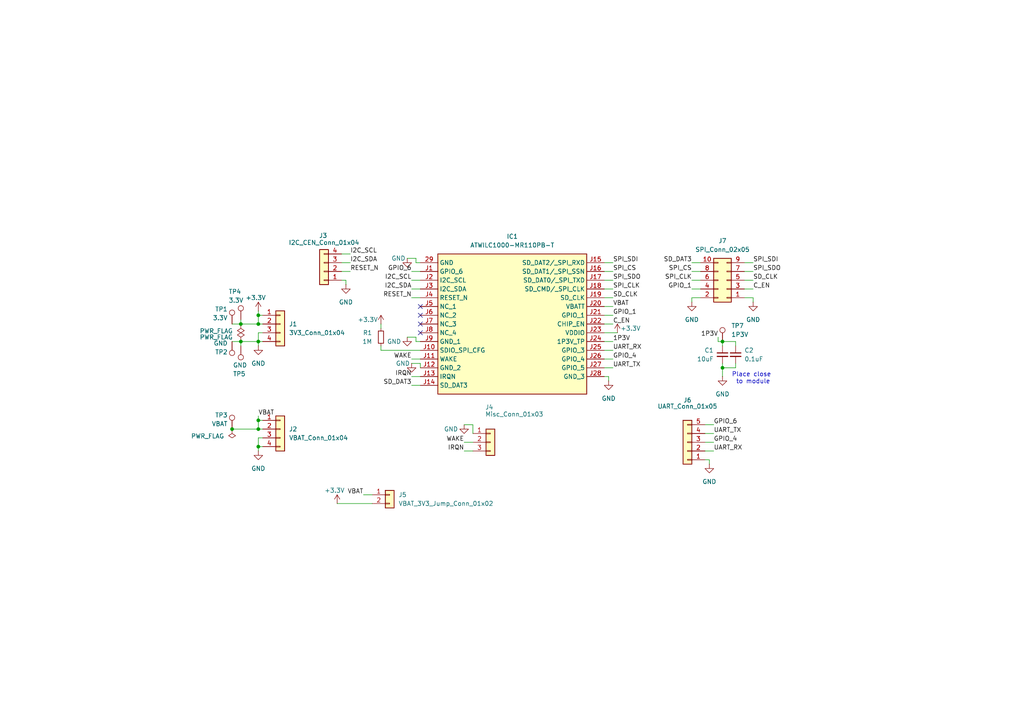
<source format=kicad_sch>
(kicad_sch (version 20250114) (generator "eeschema") (generator_version "9.0")
  (paper "A4")
  (lib_symbols
    (symbol "ATWILC1000-MR110PB-T:ATWILC1000-MR110PB-T"
      (property "Reference" "IC" (at 49.53 7.62 0))
      (property "Value" "ATWILC1000-MR110PB-T" (at 49.53 5.08 0))
      (symbol "ATWILC1000-MR110PB-T_1_1"
        (rectangle (start 5.08 2.54) (end 48.26 -38.1) (stroke (width 0.254)) (fill (type background)))
        (pin passive line (at 0 0 0) (length 5.08) (name "GND") (number "29"))
        (pin passive line (at 0 -2.54 0) (length 5.08) (name "GPIO_6") (number "J1"))
        (pin passive line (at 0 -5.08 0) (length 5.08) (name "I2C_SCL") (number "J2"))
        (pin passive line (at 0 -7.62 0) (length 5.08) (name "I2C_SDA") (number "J3"))
        (pin passive line (at 0 -10.16 0) (length 5.08) (name "RESET_N") (number "J4"))
        (pin passive line (at 0 -12.7 0) (length 5.08) (name "NC_1") (number "J5"))
        (pin passive line (at 0 -15.24 0) (length 5.08) (name "NC_2") (number "J6"))
        (pin passive line (at 0 -17.78 0) (length 5.08) (name "NC_3") (number "J7"))
        (pin passive line (at 0 -20.32 0) (length 5.08) (name "NC_4") (number "J8"))
        (pin passive line (at 0 -22.86 0) (length 5.08) (name "GND_1") (number "J9"))
        (pin passive line (at 0 -25.4 0) (length 5.08) (name "SDIO_SPI_CFG") (number "J10"))
        (pin passive line (at 0 -27.94 0) (length 5.08) (name "WAKE") (number "J11"))
        (pin passive line (at 0 -30.48 0) (length 5.08) (name "GND_2") (number "J12"))
        (pin passive line (at 0 -33.02 0) (length 5.08) (name "IRQN") (number "J13"))
        (pin passive line (at 0 -35.56 0) (length 5.08) (name "SD_DAT3") (number "J14"))
        (pin passive line (at 53.34 0 180) (length 5.08) (name "SD_DAT2/_SPI_RXD") (number "J15"))
        (pin passive line (at 53.34 -2.54 180) (length 5.08) (name "SD_DAT1/_SPI_SSN") (number "J16"))
        (pin passive line (at 53.34 -5.08 180) (length 5.08) (name "SD_DAT0/_SPI_TXD") (number "J17"))
        (pin passive line (at 53.34 -7.62 180) (length 5.08) (name "SD_CMD/_SPI_CLK") (number "J18"))
        (pin passive line (at 53.34 -10.16 180) (length 5.08) (name "SD_CLK") (number "J19"))
        (pin passive line (at 53.34 -12.7 180) (length 5.08) (name "VBATT") (number "J20"))
        (pin passive line (at 53.34 -15.24 180) (length 5.08) (name "GPIO_1") (number "J21"))
        (pin passive line (at 53.34 -17.78 180) (length 5.08) (name "CHIP_EN") (number "J22"))
        (pin passive line (at 53.34 -20.32 180) (length 5.08) (name "VDDIO") (number "J23"))
        (pin passive line (at 53.34 -22.86 180) (length 5.08) (name "1P3V_TP") (number "J24"))
        (pin passive line (at 53.34 -25.4 180) (length 5.08) (name "GPIO_3") (number "J25"))
        (pin passive line (at 53.34 -27.94 180) (length 5.08) (name "GPIO_4") (number "J26"))
        (pin passive line (at 53.34 -30.48 180) (length 5.08) (name "GPIO_5") (number "J27"))
        (pin passive line (at 53.34 -33.02 180) (length 5.08) (name "GND_3") (number "J28"))
      )
    )
    (symbol "Connector:TestPoint" (pin_numbers (hide yes)) (pin_names (offset 0.762) (hide yes))
      (property "Reference" "TP" (at 0 6.858 0))
      (property "Value" "TestPoint" (at 0 5.08 0))
      (symbol "TestPoint_0_1"
        (circle (center 0 3.302) (radius 0.762))
      )
      (symbol "TestPoint_1_1"
        (pin passive line (at 0 0 90) (length 2.54) (name "1") (number "1"))
      )
    )
    (symbol "Connector_Generic:Conn_01x02" (pin_names (offset 1.016) (hide yes))
      (property "Reference" "J" (at 0 2.54 0))
      (property "Value" "Conn_01x02" (at 0 -5.08 0))
      (symbol "Conn_01x02_1_1"
        (rectangle (start -1.27 1.27) (end 1.27 -3.81) (stroke (width 0.254)) (fill (type background)))
        (rectangle (start -1.27 0.127) (end 0 -0.127) (stroke (width 0.1524)))
        (rectangle (start -1.27 -2.413) (end 0 -2.667) (stroke (width 0.1524)))
        (pin passive line (at -5.08 0 0) (length 3.81) (name "Pin_1") (number "1"))
        (pin passive line (at -5.08 -2.54 0) (length 3.81) (name "Pin_2") (number "2"))
      )
    )
    (symbol "Connector_Generic:Conn_01x03" (pin_names (offset 1.016) (hide yes))
      (property "Reference" "J" (at 0 5.08 0))
      (property "Value" "Conn_01x03" (at 0 -5.08 0))
      (symbol "Conn_01x03_1_1"
        (rectangle (start -1.27 3.81) (end 1.27 -3.81) (stroke (width 0.254)) (fill (type background)))
        (rectangle (start -1.27 2.667) (end 0 2.413) (stroke (width 0.1524)))
        (rectangle (start -1.27 0.127) (end 0 -0.127) (stroke (width 0.1524)))
        (rectangle (start -1.27 -2.413) (end 0 -2.667) (stroke (width 0.1524)))
        (pin passive line (at -5.08 2.54 0) (length 3.81) (name "Pin_1") (number "1"))
        (pin passive line (at -5.08 0 0) (length 3.81) (name "Pin_2") (number "2"))
        (pin passive line (at -5.08 -2.54 0) (length 3.81) (name "Pin_3") (number "3"))
      )
    )
    (symbol "Connector_Generic:Conn_01x04" (pin_names (offset 1.016) (hide yes))
      (property "Reference" "J" (at 0 5.08 0))
      (property "Value" "Conn_01x04" (at 0 -7.62 0))
      (symbol "Conn_01x04_1_1"
        (rectangle (start -1.27 3.81) (end 1.27 -6.35) (stroke (width 0.254)) (fill (type background)))
        (rectangle (start -1.27 2.667) (end 0 2.413) (stroke (width 0.1524)))
        (rectangle (start -1.27 0.127) (end 0 -0.127) (stroke (width 0.1524)))
        (rectangle (start -1.27 -2.413) (end 0 -2.667) (stroke (width 0.1524)))
        (rectangle (start -1.27 -4.953) (end 0 -5.207) (stroke (width 0.1524)))
        (pin passive line (at -5.08 2.54 0) (length 3.81) (name "Pin_1") (number "1"))
        (pin passive line (at -5.08 0 0) (length 3.81) (name "Pin_2") (number "2"))
        (pin passive line (at -5.08 -2.54 0) (length 3.81) (name "Pin_3") (number "3"))
        (pin passive line (at -5.08 -5.08 0) (length 3.81) (name "Pin_4") (number "4"))
      )
    )
    (symbol "Connector_Generic:Conn_01x05" (pin_names (offset 1.016) (hide yes))
      (property "Reference" "J" (at 0 7.62 0))
      (property "Value" "Conn_01x05" (at 0 -7.62 0))
      (symbol "Conn_01x05_1_1"
        (rectangle (start -1.27 6.35) (end 1.27 -6.35) (stroke (width 0.254)) (fill (type background)))
        (rectangle (start -1.27 5.207) (end 0 4.953) (stroke (width 0.1524)))
        (rectangle (start -1.27 2.667) (end 0 2.413) (stroke (width 0.1524)))
        (rectangle (start -1.27 0.127) (end 0 -0.127) (stroke (width 0.1524)))
        (rectangle (start -1.27 -2.413) (end 0 -2.667) (stroke (width 0.1524)))
        (rectangle (start -1.27 -4.953) (end 0 -5.207) (stroke (width 0.1524)))
        (pin passive line (at -5.08 5.08 0) (length 3.81) (name "Pin_1") (number "1"))
        (pin passive line (at -5.08 2.54 0) (length 3.81) (name "Pin_2") (number "2"))
        (pin passive line (at -5.08 0 0) (length 3.81) (name "Pin_3") (number "3"))
        (pin passive line (at -5.08 -2.54 0) (length 3.81) (name "Pin_4") (number "4"))
        (pin passive line (at -5.08 -5.08 0) (length 3.81) (name "Pin_5") (number "5"))
      )
    )
    (symbol "Connector_Generic:Conn_02x05_Odd_Even" (pin_names (offset 1.016) (hide yes))
      (property "Reference" "J" (at 1.27 7.62 0))
      (property "Value" "Conn_02x05_Odd_Even" (at 1.27 -7.62 0))
      (symbol "Conn_02x05_Odd_Even_1_1"
        (rectangle (start -1.27 6.35) (end 3.81 -6.35) (stroke (width 0.254)) (fill (type background)))
        (rectangle (start -1.27 5.207) (end 0 4.953) (stroke (width 0.1524)))
        (rectangle (start -1.27 2.667) (end 0 2.413) (stroke (width 0.1524)))
        (rectangle (start -1.27 0.127) (end 0 -0.127) (stroke (width 0.1524)))
        (rectangle (start -1.27 -2.413) (end 0 -2.667) (stroke (width 0.1524)))
        (rectangle (start -1.27 -4.953) (end 0 -5.207) (stroke (width 0.1524)))
        (rectangle (start 3.81 5.207) (end 2.54 4.953) (stroke (width 0.1524)))
        (rectangle (start 3.81 2.667) (end 2.54 2.413) (stroke (width 0.1524)))
        (rectangle (start 3.81 0.127) (end 2.54 -0.127) (stroke (width 0.1524)))
        (rectangle (start 3.81 -2.413) (end 2.54 -2.667) (stroke (width 0.1524)))
        (rectangle (start 3.81 -4.953) (end 2.54 -5.207) (stroke (width 0.1524)))
        (pin passive line (at -5.08 5.08 0) (length 3.81) (name "Pin_1") (number "1"))
        (pin passive line (at -5.08 2.54 0) (length 3.81) (name "Pin_3") (number "3"))
        (pin passive line (at -5.08 0 0) (length 3.81) (name "Pin_5") (number "5"))
        (pin passive line (at -5.08 -2.54 0) (length 3.81) (name "Pin_7") (number "7"))
        (pin passive line (at -5.08 -5.08 0) (length 3.81) (name "Pin_9") (number "9"))
        (pin passive line (at 7.62 5.08 180) (length 3.81) (name "Pin_2") (number "2"))
        (pin passive line (at 7.62 2.54 180) (length 3.81) (name "Pin_4") (number "4"))
        (pin passive line (at 7.62 0 180) (length 3.81) (name "Pin_6") (number "6"))
        (pin passive line (at 7.62 -2.54 180) (length 3.81) (name "Pin_8") (number "8"))
        (pin passive line (at 7.62 -5.08 180) (length 3.81) (name "Pin_10") (number "10"))
      )
    )
    (symbol "Device:C_Small" (pin_numbers (hide yes)) (pin_names (offset 0.254) (hide yes))
      (property "Reference" "C" (at 0.254 1.778 0))
      (property "Value" "C_Small" (at 0.254 -2.032 0))
      (symbol "C_Small_0_1"
        (polyline (pts (xy -1.524 0.508) (xy 1.524 0.508)) (stroke (width 0.3048)))
        (polyline (pts (xy -1.524 -0.508) (xy 1.524 -0.508)) (stroke (width 0.3302)))
      )
      (symbol "C_Small_1_1"
        (pin passive line (at 0 2.54 270) (length 2.032) (name "~") (number "1"))
        (pin passive line (at 0 -2.54 90) (length 2.032) (name "~") (number "2"))
      )
    )
    (symbol "Device:R_Small" (pin_numbers (hide yes)) (pin_names (offset 0.254) (hide yes))
      (property "Reference" "R" (at 0.762 0.508 0))
      (property "Value" "R_Small" (at 0.762 -1.016 0))
      (symbol "R_Small_0_1"
        (rectangle (start -0.762 1.778) (end 0.762 -1.778) (stroke (width 0.2032)))
      )
      (symbol "R_Small_1_1"
        (pin passive line (at 0 2.54 270) (length 0.762) (name "~") (number "1"))
        (pin passive line (at 0 -2.54 90) (length 0.762) (name "~") (number "2"))
      )
    )
    (symbol "power:+3.3V" (power) (pin_numbers (hide yes)) (pin_names (offset 0) (hide yes))
      (property "Value" "+3.3V" (at 0 3.556 0))
      (symbol "+3.3V_0_1"
        (polyline (pts (xy -0.762 1.27) (xy 0 2.54)))
        (polyline (pts (xy 0 2.54) (xy 0.762 1.27)))
        (polyline (pts (xy 0 0) (xy 0 2.54)))
      )
      (symbol "+3.3V_1_1"
        (pin power_in line (at 0 0 90) (length 0) (name "~") (number "1"))
      )
    )
    (symbol "power:GND" (power) (pin_numbers (hide yes)) (pin_names (offset 0) (hide yes))
      (property "Value" "GND" (at 0 -3.81 0))
      (symbol "GND_0_1"
        (polyline (pts (xy 0 0) (xy 0 -1.27) (xy 1.27 -1.27) (xy 0 -2.54) (xy -1.27 -1.27) (xy 0 -1.27)))
      )
      (symbol "GND_1_1"
        (pin power_in line (at 0 0 270) (length 0) (name "~") (number "1"))
      )
    )
    (symbol "power:PWR_FLAG" (power) (pin_numbers (hide yes)) (pin_names (offset 0) (hide yes))
      (property "Value" "PWR_FLAG" (at 0 3.81 0))
      (symbol "PWR_FLAG_0_0"
        (pin power_out line (at 0 0 90) (length 0) (name "~") (number "1"))
      )
      (symbol "PWR_FLAG_0_1"
        (polyline (pts (xy 0 0) (xy 0 1.27) (xy -1.016 1.905) (xy 0 2.54) (xy 1.016 1.905) (xy 0 1.27)))
      )
    )
  )
  (text "Place close \nto module" (at 218.44 109.728 0) (effects (font (size 1.27 1.27))))
  (junction (at 209.55 99.06))
  (junction (at 74.93 93.98))
  (junction (at 69.85 99.06))
  (junction (at 74.93 91.44))
  (junction (at 74.93 121.92))
  (junction (at 74.93 99.06))
  (junction (at 69.85 93.98))
  (junction (at 67.31 124.46))
  (junction (at 209.55 106.68))
  (junction (at 74.93 129.54))
  (junction (at 74.93 124.46))
  (no_connect (at 121.92 96.52))
  (no_connect (at 121.92 88.9))
  (no_connect (at 121.92 91.44))
  (no_connect (at 121.92 93.98))
  (wire (pts (xy 179.07 96.52) (xy 175.26 96.52)))
  (wire (pts (xy 76.2 129.54) (xy 74.93 129.54)))
  (wire (pts (xy 175.26 104.14) (xy 177.8 104.14)))
  (wire (pts (xy 69.85 99.06) (xy 67.31 99.06)))
  (wire (pts (xy 74.93 120.65) (xy 74.93 121.92)))
  (wire (pts (xy 76.2 96.52) (xy 74.93 96.52)))
  (wire (pts (xy 119.38 81.28) (xy 121.92 81.28)))
  (wire (pts (xy 120.65 76.2) (xy 121.92 76.2)))
  (wire (pts (xy 208.28 97.79) (xy 208.28 99.06)))
  (wire (pts (xy 200.66 76.2) (xy 203.2 76.2)))
  (wire (pts (xy 67.31 93.98) (xy 69.85 93.98)))
  (wire (pts (xy 200.66 86.36) (xy 200.66 87.63)))
  (wire (pts (xy 209.55 99.06) (xy 209.55 100.33)))
  (wire (pts (xy 176.53 109.22) (xy 176.53 110.49)))
  (wire (pts (xy 175.26 83.82) (xy 177.8 83.82)))
  (wire (pts (xy 105.41 143.51) (xy 107.95 143.51)))
  (wire (pts (xy 137.16 123.19) (xy 137.16 125.73)))
  (wire (pts (xy 137.16 123.19) (xy 134.62 123.19)))
  (wire (pts (xy 76.2 93.98) (xy 74.93 93.98)))
  (wire (pts (xy 134.62 130.81) (xy 137.16 130.81)))
  (wire (pts (xy 74.93 90.17) (xy 74.93 91.44)))
  (wire (pts (xy 215.9 83.82) (xy 218.44 83.82)))
  (wire (pts (xy 110.49 100.33) (xy 110.49 101.6)))
  (wire (pts (xy 213.36 99.06) (xy 213.36 100.33)))
  (wire (pts (xy 209.55 106.68) (xy 209.55 105.41)))
  (wire (pts (xy 74.93 127) (xy 74.93 129.54)))
  (wire (pts (xy 209.55 106.68) (xy 213.36 106.68)))
  (wire (pts (xy 119.38 109.22) (xy 121.92 109.22)))
  (wire (pts (xy 205.74 133.35) (xy 205.74 134.62)))
  (wire (pts (xy 121.92 105.41) (xy 121.92 106.68)))
  (wire (pts (xy 120.65 74.93) (xy 120.65 76.2)))
  (wire (pts (xy 120.65 97.79) (xy 120.65 99.06)))
  (wire (pts (xy 100.33 81.28) (xy 100.33 82.55)))
  (wire (pts (xy 200.66 83.82) (xy 203.2 83.82)))
  (wire (pts (xy 74.93 93.98) (xy 69.85 93.98)))
  (wire (pts (xy 175.26 78.74) (xy 177.8 78.74)))
  (wire (pts (xy 215.9 78.74) (xy 218.44 78.74)))
  (wire (pts (xy 218.44 86.36) (xy 218.44 87.63)))
  (wire (pts (xy 99.06 76.2) (xy 101.6 76.2)))
  (wire (pts (xy 119.38 111.76) (xy 121.92 111.76)))
  (wire (pts (xy 120.65 99.06) (xy 121.92 99.06)))
  (wire (pts (xy 175.26 86.36) (xy 177.8 86.36)))
  (wire (pts (xy 67.31 124.46) (xy 74.93 124.46)))
  (wire (pts (xy 208.28 99.06) (xy 209.55 99.06)))
  (wire (pts (xy 175.26 106.68) (xy 177.8 106.68)))
  (wire (pts (xy 209.55 99.06) (xy 213.36 99.06)))
  (wire (pts (xy 118.11 74.93) (xy 120.65 74.93)))
  (wire (pts (xy 110.49 101.6) (xy 121.92 101.6)))
  (wire (pts (xy 74.93 91.44) (xy 74.93 93.98)))
  (wire (pts (xy 200.66 78.74) (xy 203.2 78.74)))
  (wire (pts (xy 121.92 105.41) (xy 119.38 105.41)))
  (wire (pts (xy 76.2 124.46) (xy 74.93 124.46)))
  (wire (pts (xy 213.36 106.68) (xy 213.36 105.41)))
  (wire (pts (xy 99.06 73.66) (xy 101.6 73.66)))
  (wire (pts (xy 175.26 91.44) (xy 177.8 91.44)))
  (wire (pts (xy 76.2 99.06) (xy 74.93 99.06)))
  (wire (pts (xy 175.26 99.06) (xy 177.8 99.06)))
  (wire (pts (xy 74.93 121.92) (xy 76.2 121.92)))
  (wire (pts (xy 97.79 146.05) (xy 107.95 146.05)))
  (wire (pts (xy 74.93 96.52) (xy 74.93 99.06)))
  (wire (pts (xy 209.55 106.68) (xy 209.55 109.22)))
  (wire (pts (xy 175.26 76.2) (xy 177.8 76.2)))
  (wire (pts (xy 119.38 83.82) (xy 121.92 83.82)))
  (wire (pts (xy 137.16 128.27) (xy 134.62 128.27)))
  (wire (pts (xy 215.9 86.36) (xy 218.44 86.36)))
  (wire (pts (xy 74.93 99.06) (xy 74.93 100.33)))
  (wire (pts (xy 69.85 93.98) (xy 69.85 92.71)))
  (wire (pts (xy 175.26 101.6) (xy 177.8 101.6)))
  (wire (pts (xy 204.47 130.81) (xy 207.01 130.81)))
  (wire (pts (xy 74.93 129.54) (xy 74.93 130.81)))
  (wire (pts (xy 200.66 81.28) (xy 203.2 81.28)))
  (wire (pts (xy 99.06 78.74) (xy 101.6 78.74)))
  (wire (pts (xy 175.26 81.28) (xy 177.8 81.28)))
  (wire (pts (xy 118.11 97.79) (xy 120.65 97.79)))
  (wire (pts (xy 175.26 109.22) (xy 176.53 109.22)))
  (wire (pts (xy 76.2 127) (xy 74.93 127)))
  (wire (pts (xy 69.85 99.06) (xy 74.93 99.06)))
  (wire (pts (xy 215.9 76.2) (xy 218.44 76.2)))
  (wire (pts (xy 119.38 104.14) (xy 121.92 104.14)))
  (wire (pts (xy 215.9 81.28) (xy 218.44 81.28)))
  (wire (pts (xy 99.06 81.28) (xy 100.33 81.28)))
  (wire (pts (xy 204.47 123.19) (xy 207.01 123.19)))
  (wire (pts (xy 74.93 121.92) (xy 74.93 124.46)))
  (wire (pts (xy 204.47 125.73) (xy 207.01 125.73)))
  (wire (pts (xy 204.47 128.27) (xy 207.01 128.27)))
  (wire (pts (xy 110.49 93.98) (xy 110.49 95.25)))
  (wire (pts (xy 175.26 93.98) (xy 177.8 93.98)))
  (wire (pts (xy 69.85 100.33) (xy 69.85 99.06)))
  (wire (pts (xy 204.47 133.35) (xy 205.74 133.35)))
  (wire (pts (xy 119.38 78.74) (xy 121.92 78.74)))
  (wire (pts (xy 175.26 88.9) (xy 177.8 88.9)))
  (wire (pts (xy 119.38 86.36) (xy 121.92 86.36)))
  (wire (pts (xy 74.93 91.44) (xy 76.2 91.44)))
  (wire (pts (xy 203.2 86.36) (xy 200.66 86.36)))
  (label "SPI_CS" (at 200.66 78.74 180))
  (label "GPIO_1" (at 200.66 83.82 180))
  (label "VBAT" (at 105.41 143.51 180))
  (label "SD_CLK" (at 177.8 86.36 0))
  (label "SPI_CS" (at 177.8 78.74 0))
  (label "I2C_SCL" (at 101.6 73.66 0))
  (label "GPIO_4" (at 177.8 104.14 0))
  (label "SPI_CLK" (at 200.66 81.28 180))
  (label "IRQN" (at 119.38 109.22 180))
  (label "WAKE" (at 119.38 104.14 180))
  (label "UART_TX" (at 207.01 125.73 0))
  (label "1P3V" (at 177.8 99.06 0))
  (label "1P3V" (at 208.28 97.79 180))
  (label "WAKE" (at 134.62 128.27 180))
  (label "SD_CLK" (at 218.44 81.28 0))
  (label "I2C_SDA" (at 101.6 76.2 0))
  (label "GPIO_1" (at 177.8 91.44 0))
  (label "RESET_N" (at 119.38 86.36 180))
  (label "UART_TX" (at 177.8 106.68 0))
  (label "SPI_SDO" (at 218.44 78.74 0))
  (label "VBAT" (at 177.8 88.9 0))
  (label "SPI_SDO" (at 177.8 81.28 0))
  (label "C_EN" (at 218.44 83.82 0))
  (label "UART_RX" (at 177.8 101.6 0))
  (label "SPI_SDI" (at 177.8 76.2 0))
  (label "SD_DAT3" (at 119.38 111.76 180))
  (label "UART_RX" (at 207.01 130.81 0))
  (label "GPIO_4" (at 207.01 128.27 0))
  (label "GPIO_6" (at 207.01 123.19 0))
  (label "SD_DAT3" (at 200.66 76.2 180))
  (label "I2C_SDA" (at 119.38 83.82 180))
  (label "SPI_SDI" (at 218.44 76.2 0))
  (label "GPIO_6" (at 119.38 78.74 180))
  (label "VBAT" (at 74.93 120.65 0))
  (label "SPI_CLK" (at 177.8 83.82 0))
  (label "I2C_SCL" (at 119.38 81.28 180))
  (label "C_EN" (at 177.8 93.98 0))
  (label "IRQN" (at 134.62 130.81 180))
  (label "RESET_N" (at 101.6 78.74 0))
  (symbol (lib_id "power:+3.3V") (at 74.93 90.17 0) (mirror y) (unit 1)
    (property "Reference" "#PWR01" (effects (hide yes)))
    (property "Value" "+3.3V" (at 74.168 86.36 0))
    (property "Description" "Power symbol creates a global label with name \"+3.3V\"" (effects (hide yes)))
  )
  (symbol (lib_id "Connector_Generic:Conn_01x03") (at 142.24 128.27 0) (unit 1)
    (property "Reference" "J4" (at 140.716 118.11 0) (effects (justify left)))
    (property "Value" "Misc_Conn_01x03" (at 140.716 120.142 0) (effects (justify left)))
    (property "Footprint" "Connector_PinHeader_2.54mm:PinHeader_1x03_P2.54mm_Vertical" (effects (hide yes)))
    (property "Description" "Generic connector, single row, 01x03, script generated (kicad-library-utils/schlib/autogen/connector/)" (effects (hide yes)))
  )
  (symbol (lib_id "power:GND") (at 205.74 134.62 0) (unit 1)
    (property "Reference" "#PWR013" (effects (hide yes)))
    (property "Value" "GND" (at 205.74 139.7 0))
    (property "Description" "Power symbol creates a global label with name \"GND\" , ground" (effects (hide yes)))
  )
  (symbol (lib_id "Connector:TestPoint") (at 209.55 99.06 0) (unit 1)
    (property "Reference" "TP7" (at 212.09 94.4879 0) (effects (justify left)))
    (property "Value" "1P3V" (at 212.09 97.0279 0) (effects (justify left)))
    (property "Footprint" "TestPoint:TestPoint_THTPad_1.5x1.5mm_Drill0.7mm" (effects (hide yes)))
    (property "Description" "test point" (effects (hide yes)))
  )
  (symbol (lib_id "power:+3.3V") (at 97.79 146.05 0) (mirror y) (unit 1)
    (property "Reference" "#PWR010" (effects (hide yes)))
    (property "Value" "+3.3V" (at 97.028 142.24 0))
    (property "Description" "Power symbol creates a global label with name \"+3.3V\"" (effects (hide yes)))
  )
  (symbol (lib_id "Device:C_Small") (at 213.36 102.87 0) (unit 1)
    (property "Reference" "C2" (at 215.9 101.6062 0) (effects (justify left)))
    (property "Value" "0.1uF" (at 215.9 104.1462 0) (effects (justify left)))
    (property "Footprint" "Capacitor_SMD:C_0805_2012Metric_Pad1.18x1.45mm_HandSolder" (effects (hide yes)))
    (property "Description" "Unpolarized capacitor, small symbol" (effects (hide yes)))
  )
  (symbol (lib_id "power:PWR_FLAG") (at 69.85 93.98 180) (unit 1)
    (property "Reference" "#FLG01" (effects (hide yes)))
    (property "Value" "PWR_FLAG" (at 62.738 96.012 0))
    (property "Description" "Special symbol for telling ERC where power comes from" (effects (hide yes)))
  )
  (symbol (lib_id "Connector:TestPoint") (at 69.85 92.71 0) (unit 1)
    (property "Reference" "TP4" (at 66.294 84.582 0) (effects (justify left)))
    (property "Value" "3.3V" (at 66.294 87.122 0) (effects (justify left)))
    (property "Footprint" "TestPoint:TestPoint_THTPad_1.5x1.5mm_Drill0.7mm" (effects (hide yes)))
    (property "Description" "test point" (effects (hide yes)))
  )
  (symbol (lib_id "Connector_Generic:Conn_01x04") (at 81.28 124.46 0) (unit 1)
    (property "Reference" "J2" (at 83.82 124.4599 0) (effects (justify left)))
    (property "Value" "VBAT_Conn_01x04" (at 83.82 126.9999 0) (effects (justify left)))
    (property "Footprint" "Connector_PinHeader_2.54mm:PinHeader_1x04_P2.54mm_Vertical" (effects (hide yes)))
    (property "Description" "Generic connector, single row, 01x04, script generated (kicad-library-utils/schlib/autogen/connector/)" (effects (hide yes)))
  )
  (symbol (lib_id "power:GND") (at 74.93 100.33 0) (unit 1)
    (property "Reference" "#PWR02" (effects (hide yes)))
    (property "Value" "GND" (at 74.93 105.41 0))
    (property "Description" "Power symbol creates a global label with name \"GND\" , ground" (effects (hide yes)))
  )
  (symbol (lib_id "power:PWR_FLAG") (at 69.85 99.06 0) (unit 1)
    (property "Reference" "#FLG02" (effects (hide yes)))
    (property "Value" "PWR_FLAG" (at 62.738 97.79 0))
    (property "Description" "Special symbol for telling ERC where power comes from" (effects (hide yes)))
  )
  (symbol (lib_id "power:GND") (at 100.33 82.55 0) (unit 1)
    (property "Reference" "#PWR04" (effects (hide yes)))
    (property "Value" "GND" (at 100.33 87.63 0))
    (property "Description" "Power symbol creates a global label with name \"GND\" , ground" (effects (hide yes)))
  )
  (symbol (lib_id "Connector:TestPoint") (at 67.31 93.98 0) (mirror y) (unit 1)
    (property "Reference" "TP1" (at 66.04 89.662 0) (effects (justify left)))
    (property "Value" "3.3V" (at 66.04 92.202 0) (effects (justify left)))
    (property "Footprint" "TestPoint:TestPoint_THTPad_1.5x1.5mm_Drill0.7mm" (effects (hide yes)))
    (property "Description" "test point" (effects (hide yes)))
  )
  (symbol (lib_id "Connector_Generic:Conn_02x05_Odd_Even") (at 210.82 81.28 180) (unit 1)
    (property "Reference" "J7" (at 209.55 69.85 0))
    (property "Value" "SPI_Conn_02x05" (at 209.55 72.39 0))
    (property "Footprint" "Connector_PinHeader_2.54mm:PinHeader_2x05_P2.54mm_Vertical" (effects (hide yes)))
    (property "Description" "Generic connector, double row, 02x05, odd/even pin numbering scheme (row 1 odd numbers, row 2 even numbers), script generated (kicad-library-utils/schlib/autogen/connector/)" (effects (hide yes)))
  )
  (symbol (lib_id "power:PWR_FLAG") (at 67.31 124.46 180) (unit 1)
    (property "Reference" "#FLG03" (effects (hide yes)))
    (property "Value" "PWR_FLAG" (at 60.198 126.492 0))
    (property "Description" "Special symbol for telling ERC where power comes from" (effects (hide yes)))
  )
  (symbol (lib_id "power:+3.3V") (at 179.07 96.52 0) (unit 1)
    (property "Reference" "#PWR012" (effects (hide yes)))
    (property "Value" "+3.3V" (at 182.88 95.25 0))
    (property "Description" "Power symbol creates a global label with name \"+3.3V\"" (effects (hide yes)))
  )
  (symbol (lib_id "Device:C_Small") (at 209.55 102.87 0) (mirror y) (unit 1)
    (property "Reference" "C1" (at 207.01 101.6062 0) (effects (justify left)))
    (property "Value" "10uF" (at 207.01 104.1462 0) (effects (justify left)))
    (property "Footprint" "Capacitor_SMD:C_0805_2012Metric_Pad1.18x1.45mm_HandSolder" (effects (hide yes)))
    (property "Description" "Unpolarized capacitor, small symbol" (effects (hide yes)))
  )
  (symbol (lib_id "ATWILC1000-MR110PB-T:ATWILC1000-MR110PB-T") (at 121.92 76.2 0) (unit 1)
    (property "Reference" "IC1" (at 148.59 68.58 0))
    (property "Value" "ATWILC1000-MR110PB-T" (at 148.59 71.12 0))
    (property "Footprint" "LIB_ATWILC1000-MR110PB-T:ATWILC1000MR110PBT" (effects (hide yes)))
    (property "Datasheet" "https://ww1.microchip.com/downloads/aemDocuments/documents/WSG/ProductDocuments/DataSheets/ATWILC1000-MR110XB-IEEE-802.11-b-g-n-Link-Controller-Module-DS70005326E.pdf" (effects (hide yes)))
    (property "Description" "Module 802.11b/g/n 2.484GHz 72200Kbps 28-Pin T/R" (effects (hide yes)))
    (property "Height" "2.113" (effects (hide yes)))
    (property "Manufacturer_Name" "Microchip" (effects (hide yes)))
    (property "Manufacturer_Part_Number" "ATWILC1000-MR110PB-T" (effects (hide yes)))
    (property "Mouser Part Number" "579-WILC1000MR110PBT" (effects (hide yes)))
    (property "Mouser Price/Stock" "https://www.mouser.co.uk/ProductDetail/Microchip-Technology/ATWILC1000-MR110PB-T?qs=f9yNj16SXrIeZcIRzaSE1w%3D%3D" (effects (hide yes)))
    (property "Arrow Part Number" "ATWILC1000-MR110PB-T" (effects (hide yes)))
    (property "Arrow Price/Stock" "https://www.arrow.com/en/products/atwilc1000-mr110pb-t/microchip-technology?region=nac" (effects (hide yes)))
  )
  (symbol (lib_id "power:GND") (at 176.53 110.49 0) (unit 1)
    (property "Reference" "#PWR011" (effects (hide yes)))
    (property "Value" "GND" (at 176.53 115.57 0))
    (property "Description" "Power symbol creates a global label with name \"GND\" , ground" (effects (hide yes)))
  )
  (symbol (lib_id "power:GND") (at 200.66 87.63 0) (mirror y) (unit 1)
    (property "Reference" "#PWR014" (effects (hide yes)))
    (property "Value" "GND" (at 200.66 92.71 0))
    (property "Description" "Power symbol creates a global label with name \"GND\" , ground" (effects (hide yes)))
  )
  (symbol (lib_id "power:GND") (at 118.11 97.79 0) (unit 1)
    (property "Reference" "#PWR07" (effects (hide yes)))
    (property "Value" "GND" (at 114.3 99.06 0))
    (property "Description" "Power symbol creates a global label with name \"GND\" , ground" (effects (hide yes)))
  )
  (symbol (lib_id "power:GND") (at 118.11 74.93 0) (unit 1)
    (property "Reference" "#PWR06" (effects (hide yes)))
    (property "Value" "GND" (at 115.57 74.93 0))
    (property "Description" "Power symbol creates a global label with name \"GND\" , ground" (effects (hide yes)))
  )
  (symbol (lib_id "Connector:TestPoint") (at 67.31 124.46 0) (mirror y) (unit 1)
    (property "Reference" "TP3" (at 66.04 120.396 0) (effects (justify left)))
    (property "Value" "VBAT" (at 66.04 122.936 0) (effects (justify left)))
    (property "Footprint" "TestPoint:TestPoint_THTPad_1.5x1.5mm_Drill0.7mm" (effects (hide yes)))
    (property "Description" "test point" (effects (hide yes)))
  )
  (symbol (lib_id "power:GND") (at 119.38 105.41 0) (unit 1)
    (property "Reference" "#PWR08" (effects (hide yes)))
    (property "Value" "GND" (at 116.84 105.41 0))
    (property "Description" "Power symbol creates a global label with name \"GND\" , ground" (effects (hide yes)))
  )
  (symbol (lib_id "Connector_Generic:Conn_01x04") (at 81.28 93.98 0) (unit 1)
    (property "Reference" "J1" (at 83.82 93.9799 0) (effects (justify left)))
    (property "Value" "3V3_Conn_01x04" (at 83.82 96.5199 0) (effects (justify left)))
    (property "Footprint" "Connector_PinHeader_2.54mm:PinHeader_1x04_P2.54mm_Vertical" (effects (hide yes)))
    (property "Description" "Generic connector, single row, 01x04, script generated (kicad-library-utils/schlib/autogen/connector/)" (effects (hide yes)))
  )
  (symbol (lib_id "power:GND") (at 218.44 87.63 0) (unit 1)
    (property "Reference" "#PWR016" (effects (hide yes)))
    (property "Value" "GND" (at 218.44 92.71 0))
    (property "Description" "Power symbol creates a global label with name \"GND\" , ground" (effects (hide yes)))
  )
  (symbol (lib_id "power:+3.3V") (at 110.49 93.98 0) (mirror y) (unit 1)
    (property "Reference" "#PWR05" (effects (hide yes)))
    (property "Value" "+3.3V" (at 106.68 92.71 0))
    (property "Description" "Power symbol creates a global label with name \"+3.3V\"" (effects (hide yes)))
  )
  (symbol (lib_id "Connector_Generic:Conn_01x05") (at 199.39 128.27 180) (unit 1)
    (property "Reference" "J6" (at 199.39 116.078 0))
    (property "Value" "UART_Conn_01x05" (at 199.39 117.856 0))
    (property "Footprint" "Connector_PinHeader_2.54mm:PinHeader_1x05_P2.54mm_Vertical" (effects (hide yes)))
    (property "Description" "Generic connector, single row, 01x05, script generated (kicad-library-utils/schlib/autogen/connector/)" (effects (hide yes)))
  )
  (symbol (lib_id "Device:R_Small") (at 110.49 97.79 0) (mirror y) (unit 1)
    (property "Reference" "R1" (at 107.95 96.5199 0) (effects (justify left)))
    (property "Value" "1M" (at 107.95 99.0599 0) (effects (justify left)))
    (property "Footprint" "Resistor_SMD:R_0805_2012Metric_Pad1.20x1.40mm_HandSolder" (effects (hide yes)))
    (property "Description" "Resistor, small symbol" (effects (hide yes)))
  )
  (symbol (lib_id "power:GND") (at 209.55 109.22 0) (unit 1)
    (property "Reference" "#PWR015" (effects (hide yes)))
    (property "Value" "GND" (at 209.55 114.3 0))
    (property "Description" "Power symbol creates a global label with name \"GND\" , ground" (effects (hide yes)))
  )
  (symbol (lib_id "power:GND") (at 74.93 130.81 0) (unit 1)
    (property "Reference" "#PWR03" (effects (hide yes)))
    (property "Value" "GND" (at 74.93 135.89 0))
    (property "Description" "Power symbol creates a global label with name \"GND\" , ground" (effects (hide yes)))
  )
  (symbol (lib_id "Connector:TestPoint") (at 69.85 100.33 0) (mirror x) (unit 1)
    (property "Reference" "TP5" (at 67.564 108.458 0) (effects (justify left)))
    (property "Value" "GND" (at 67.564 105.918 0) (effects (justify left)))
    (property "Footprint" "TestPoint:TestPoint_THTPad_1.5x1.5mm_Drill0.7mm" (effects (hide yes)))
    (property "Description" "test point" (effects (hide yes)))
  )
  (symbol (lib_id "Connector_Generic:Conn_01x02") (at 113.03 143.51 0) (unit 1)
    (property "Reference" "J5" (at 115.57 143.5099 0) (effects (justify left)))
    (property "Value" "VBAT_3V3_Jump_Conn_01x02" (at 115.57 146.0499 0) (effects (justify left)))
    (property "Footprint" "Connector_PinHeader_2.54mm:PinHeader_1x02_P2.54mm_Vertical" (effects (hide yes)))
    (property "Description" "Generic connector, single row, 01x02, script generated (kicad-library-utils/schlib/autogen/connector/)" (effects (hide yes)))
  )
  (symbol (lib_id "Connector:TestPoint") (at 67.31 99.06 180) (unit 1)
    (property "Reference" "TP2" (at 66.04 102.108 0) (effects (justify left)))
    (property "Value" "GND" (at 66.04 99.568 0) (effects (justify left)))
    (property "Footprint" "TestPoint:TestPoint_THTPad_1.5x1.5mm_Drill0.7mm" (effects (hide yes)))
    (property "Description" "test point" (effects (hide yes)))
  )
  (symbol (lib_id "Connector_Generic:Conn_01x04") (at 93.98 78.74 180) (unit 1)
    (property "Reference" "J3" (at 93.726 68.326 0))
    (property "Value" "I2C_CEN_Conn_01x04" (at 93.98 70.358 0))
    (property "Footprint" "Connector_PinHeader_2.54mm:PinHeader_1x04_P2.54mm_Vertical" (effects (hide yes)))
    (property "Description" "Generic connector, single row, 01x04, script generated (kicad-library-utils/schlib/autogen/connector/)" (effects (hide yes)))
  )
  (symbol (lib_id "power:GND") (at 134.62 123.19 0) (unit 1)
    (property "Reference" "#PWR09" (effects (hide yes)))
    (property "Value" "GND" (at 130.81 124.46 0))
    (property "Description" "Power symbol creates a global label with name \"GND\" , ground" (effects (hide yes)))
  )
)
</source>
